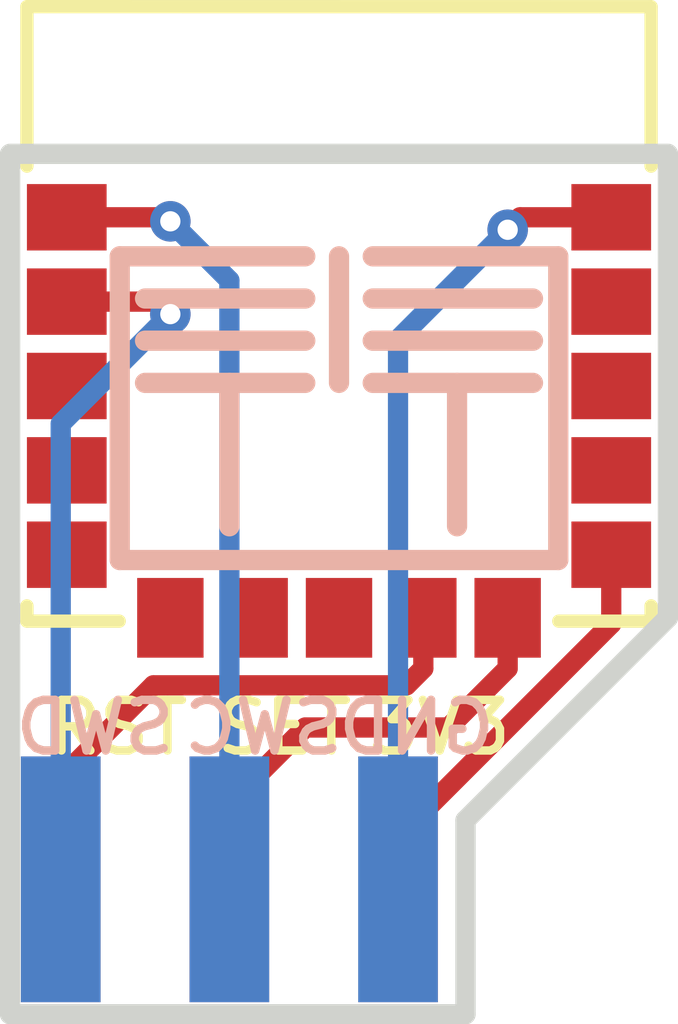
<source format=kicad_pcb>
(kicad_pcb (version 20171130) (host pcbnew 5.1.6-c6e7f7d~86~ubuntu18.04.1)

  (general
    (thickness 1.6)
    (drawings 21)
    (tracks 28)
    (zones 0)
    (modules 22)
    (nets 7)
  )

  (page A4)
  (layers
    (0 F.Cu signal)
    (31 B.Cu signal)
    (32 B.Adhes user)
    (33 F.Adhes user)
    (34 B.Paste user)
    (35 F.Paste user)
    (36 B.SilkS user)
    (37 F.SilkS user)
    (38 B.Mask user)
    (39 F.Mask user)
    (40 Dwgs.User user)
    (41 Cmts.User user hide)
    (42 Eco1.User user)
    (43 Eco2.User user)
    (44 Edge.Cuts user)
    (45 Margin user)
    (46 B.CrtYd user)
    (47 F.CrtYd user)
    (48 B.Fab user hide)
    (49 F.Fab user hide)
  )

  (setup
    (last_trace_width 0.25)
    (trace_clearance 0.2)
    (zone_clearance 0.508)
    (zone_45_only no)
    (trace_min 0.2)
    (via_size 0.8)
    (via_drill 0.4)
    (via_min_size 0.4)
    (via_min_drill 0.3)
    (uvia_size 0.3)
    (uvia_drill 0.1)
    (uvias_allowed no)
    (uvia_min_size 0.2)
    (uvia_min_drill 0.1)
    (edge_width 0.05)
    (segment_width 0.2)
    (pcb_text_width 0.3)
    (pcb_text_size 1.5 1.5)
    (mod_edge_width 0.12)
    (mod_text_size 1 1)
    (mod_text_width 0.15)
    (pad_size 1.524 1.524)
    (pad_drill 0.762)
    (pad_to_mask_clearance 0.05)
    (aux_axis_origin 0 0)
    (visible_elements FFFFFF7F)
    (pcbplotparams
      (layerselection 0x010fc_ffffffff)
      (usegerberextensions false)
      (usegerberattributes true)
      (usegerberadvancedattributes true)
      (creategerberjobfile true)
      (excludeedgelayer true)
      (linewidth 0.100000)
      (plotframeref false)
      (viasonmask false)
      (mode 1)
      (useauxorigin false)
      (hpglpennumber 1)
      (hpglpenspeed 20)
      (hpglpendiameter 15.000000)
      (psnegative false)
      (psa4output false)
      (plotreference true)
      (plotvalue true)
      (plotinvisibletext false)
      (padsonsilk false)
      (subtractmaskfromsilk false)
      (outputformat 1)
      (mirror false)
      (drillshape 1)
      (scaleselection 1)
      (outputdirectory ""))
  )

  (net 0 "")
  (net 1 S$354)
  (net 2 S$350)
  (net 3 S$346)
  (net 4 S$340)
  (net 5 S$342)
  (net 6 S$344)

  (net_class Default "This is the default net class."
    (clearance 0.2)
    (trace_width 0.25)
    (via_dia 0.8)
    (via_drill 0.4)
    (uvia_dia 0.3)
    (uvia_drill 0.1)
    (add_net S$340)
    (add_net S$342)
    (add_net S$344)
    (add_net S$346)
    (add_net S$350)
    (add_net S$354)
  )

  (module AutoGenerated:Pad_3.70mm (layer F.Cu) (tedit 0) (tstamp 0)
    (at 37.846 46.228)
    (attr virtual)
    (fp_text reference "" (at 0 0) (layer F.SilkS)
      (effects (font (size 1.27 1.27) (thickness 0.15)))
    )
    (fp_text value "" (at 0 0) (layer F.SilkS)
      (effects (font (size 1.27 1.27) (thickness 0.15)))
    )
    (pad 1 smd rect (at 0 0 90) (size 3.7 1.2) (layers F.Cu F.Paste F.Mask)
      (net 4 S$340))
  )

  (module AutoGenerated:Pad_3.70mm (layer F.Cu) (tedit 0) (tstamp 0)
    (at 40.386 46.228)
    (attr virtual)
    (fp_text reference "" (at 0 0) (layer F.SilkS)
      (effects (font (size 1.27 1.27) (thickness 0.15)))
    )
    (fp_text value "" (at 0 0) (layer F.SilkS)
      (effects (font (size 1.27 1.27) (thickness 0.15)))
    )
    (pad 1 smd rect (at 0 0 90) (size 3.7 1.2) (layers F.Cu F.Paste F.Mask)
      (net 5 S$342))
  )

  (module AutoGenerated:Pad_3.70mm (layer F.Cu) (tedit 0) (tstamp 0)
    (at 42.926 46.228)
    (attr virtual)
    (fp_text reference "" (at 0 0) (layer F.SilkS)
      (effects (font (size 1.27 1.27) (thickness 0.15)))
    )
    (fp_text value "" (at 0 0) (layer F.SilkS)
      (effects (font (size 1.27 1.27) (thickness 0.15)))
    )
    (pad 1 smd rect (at 0 0 90) (size 3.7 1.2) (layers F.Cu F.Paste F.Mask)
      (net 6 S$344))
  )

  (module AutoGenerated:Pad_1.20mm (layer F.Cu) (tedit 0) (tstamp 0)
    (at 44.577 42.291)
    (attr virtual)
    (fp_text reference "" (at 0 0) (layer F.SilkS)
      (effects (font (size 1.27 1.27) (thickness 0.15)))
    )
    (fp_text value "" (at 0 0) (layer F.SilkS)
      (effects (font (size 1.27 1.27) (thickness 0.15)))
    )
    (pad 15 smd rect (at 0 0 270) (size 1.2 1) (layers F.Cu F.Paste F.Mask)
      (net 5 S$342))
  )

  (module AutoGenerated:Pad_1.20mm (layer F.Cu) (tedit 0) (tstamp 0)
    (at 43.307 42.291)
    (attr virtual)
    (fp_text reference "" (at 0 0) (layer F.SilkS)
      (effects (font (size 1.27 1.27) (thickness 0.15)))
    )
    (fp_text value "" (at 0 0) (layer F.SilkS)
      (effects (font (size 1.27 1.27) (thickness 0.15)))
    )
    (pad 14 smd rect (at 0 0 270) (size 1.2 1) (layers F.Cu F.Paste F.Mask)
      (net 4 S$340))
  )

  (module AutoGenerated:Pad_1.20mm (layer F.Cu) (tedit 0) (tstamp 0)
    (at 42.037 42.291)
    (attr virtual)
    (fp_text reference "" (at 0 0) (layer F.SilkS)
      (effects (font (size 1.27 1.27) (thickness 0.15)))
    )
    (fp_text value "" (at 0 0) (layer F.SilkS)
      (effects (font (size 1.27 1.27) (thickness 0.15)))
    )
    (pad 13 smd rect (at 0 0 270) (size 1.2 1) (layers F.Cu F.Paste F.Mask))
  )

  (module AutoGenerated:Pad_1.20mm (layer F.Cu) (tedit 0) (tstamp 0)
    (at 40.767 42.291)
    (attr virtual)
    (fp_text reference "" (at 0 0) (layer F.SilkS)
      (effects (font (size 1.27 1.27) (thickness 0.15)))
    )
    (fp_text value "" (at 0 0) (layer F.SilkS)
      (effects (font (size 1.27 1.27) (thickness 0.15)))
    )
    (pad 12 smd rect (at 0 0 270) (size 1.2 1) (layers F.Cu F.Paste F.Mask))
  )

  (module AutoGenerated:Pad_1.20mm (layer F.Cu) (tedit 0) (tstamp 0)
    (at 39.497 42.291)
    (attr virtual)
    (fp_text reference "" (at 0 0) (layer F.SilkS)
      (effects (font (size 1.27 1.27) (thickness 0.15)))
    )
    (fp_text value "" (at 0 0) (layer F.SilkS)
      (effects (font (size 1.27 1.27) (thickness 0.15)))
    )
    (pad 11 smd rect (at 0 0 270) (size 1.2 1) (layers F.Cu F.Paste F.Mask))
  )

  (module AutoGenerated:Pad_1.20mm (layer F.Cu) (tedit 0) (tstamp 0)
    (at 37.937 36.261)
    (attr virtual)
    (fp_text reference "" (at 0 0) (layer F.SilkS)
      (effects (font (size 1.27 1.27) (thickness 0.15)))
    )
    (fp_text value "" (at 0 0) (layer F.SilkS)
      (effects (font (size 1.27 1.27) (thickness 0.15)))
    )
    (pad 1 smd rect (at 0 0) (size 1.2 1) (layers F.Cu F.Paste F.Mask)
      (net 2 S$350))
  )

  (module AutoGenerated:Pad_1.20mm (layer F.Cu) (tedit 0) (tstamp 0)
    (at 37.937 37.531)
    (attr virtual)
    (fp_text reference "" (at 0 0) (layer F.SilkS)
      (effects (font (size 1.27 1.27) (thickness 0.15)))
    )
    (fp_text value "" (at 0 0) (layer F.SilkS)
      (effects (font (size 1.27 1.27) (thickness 0.15)))
    )
    (pad 2 smd rect (at 0 0) (size 1.2 1) (layers F.Cu F.Paste F.Mask)
      (net 3 S$346))
  )

  (module AutoGenerated:Pad_1.20mm (layer F.Cu) (tedit 0) (tstamp 0)
    (at 37.937 38.801)
    (attr virtual)
    (fp_text reference "" (at 0 0) (layer F.SilkS)
      (effects (font (size 1.27 1.27) (thickness 0.15)))
    )
    (fp_text value "" (at 0 0) (layer F.SilkS)
      (effects (font (size 1.27 1.27) (thickness 0.15)))
    )
    (pad 3 smd rect (at 0 0) (size 1.2 1) (layers F.Cu F.Paste F.Mask))
  )

  (module AutoGenerated:Pad_1.20mm (layer F.Cu) (tedit 0) (tstamp 0)
    (at 37.937 40.071)
    (attr virtual)
    (fp_text reference "" (at 0 0) (layer F.SilkS)
      (effects (font (size 1.27 1.27) (thickness 0.15)))
    )
    (fp_text value "" (at 0 0) (layer F.SilkS)
      (effects (font (size 1.27 1.27) (thickness 0.15)))
    )
    (pad 4 smd rect (at 0 0) (size 1.2 1) (layers F.Cu F.Paste F.Mask))
  )

  (module AutoGenerated:Pad_1.20mm (layer F.Cu) (tedit 0) (tstamp 0)
    (at 37.937 41.341)
    (attr virtual)
    (fp_text reference "" (at 0 0) (layer F.SilkS)
      (effects (font (size 1.27 1.27) (thickness 0.15)))
    )
    (fp_text value "" (at 0 0) (layer F.SilkS)
      (effects (font (size 1.27 1.27) (thickness 0.15)))
    )
    (pad 5 smd rect (at 0 0) (size 1.2 1) (layers F.Cu F.Paste F.Mask))
    (model ${KIPRJMOD}/models/Holyiot_TinyBLE_nRF52832.stp
      (offset (xyz -0.6 -1.25 0.4))
      (scale (xyz 1 1 1))
      (rotate (xyz 0 0 0))
    )
  )

  (module AutoGenerated:Pad_1.20mm (layer F.Cu) (tedit 0) (tstamp 0)
    (at 46.137 36.261)
    (attr virtual)
    (fp_text reference "" (at 0 0) (layer F.SilkS)
      (effects (font (size 1.27 1.27) (thickness 0.15)))
    )
    (fp_text value "" (at 0 0) (layer F.SilkS)
      (effects (font (size 1.27 1.27) (thickness 0.15)))
    )
    (pad 6 smd rect (at 0 0) (size 1.2 1) (layers F.Cu F.Paste F.Mask)
      (net 1 S$354))
  )

  (module AutoGenerated:Pad_1.20mm (layer F.Cu) (tedit 0) (tstamp 0)
    (at 46.137 37.531)
    (attr virtual)
    (fp_text reference "" (at 0 0) (layer F.SilkS)
      (effects (font (size 1.27 1.27) (thickness 0.15)))
    )
    (fp_text value "" (at 0 0) (layer F.SilkS)
      (effects (font (size 1.27 1.27) (thickness 0.15)))
    )
    (pad 7 smd rect (at 0 0) (size 1.2 1) (layers F.Cu F.Paste F.Mask))
  )

  (module AutoGenerated:Pad_1.20mm (layer F.Cu) (tedit 0) (tstamp 0)
    (at 46.137 38.801)
    (attr virtual)
    (fp_text reference "" (at 0 0) (layer F.SilkS)
      (effects (font (size 1.27 1.27) (thickness 0.15)))
    )
    (fp_text value "" (at 0 0) (layer F.SilkS)
      (effects (font (size 1.27 1.27) (thickness 0.15)))
    )
    (pad 8 smd rect (at 0 0) (size 1.2 1) (layers F.Cu F.Paste F.Mask))
  )

  (module AutoGenerated:Pad_1.20mm (layer F.Cu) (tedit 0) (tstamp 0)
    (at 46.137 40.071)
    (attr virtual)
    (fp_text reference "" (at 0 0) (layer F.SilkS)
      (effects (font (size 1.27 1.27) (thickness 0.15)))
    )
    (fp_text value "" (at 0 0) (layer F.SilkS)
      (effects (font (size 1.27 1.27) (thickness 0.15)))
    )
    (pad 9 smd rect (at 0 0) (size 1.2 1) (layers F.Cu F.Paste F.Mask))
  )

  (module AutoGenerated:Pad_1.20mm (layer F.Cu) (tedit 0) (tstamp 0)
    (at 46.137 41.341)
    (attr virtual)
    (fp_text reference "" (at 0 0) (layer F.SilkS)
      (effects (font (size 1.27 1.27) (thickness 0.15)))
    )
    (fp_text value "" (at 0 0) (layer F.SilkS)
      (effects (font (size 1.27 1.27) (thickness 0.15)))
    )
    (pad 10 smd rect (at 0 0) (size 1.2 1) (layers F.Cu F.Paste F.Mask)
      (net 6 S$344))
  )

  (module AutoGenerated:Pad_3.70mm (layer F.Cu) (tedit 0) (tstamp 0)
    (at 42.926 46.228)
    (attr virtual)
    (fp_text reference "" (at 0 0) (layer F.SilkS)
      (effects (font (size 1.27 1.27) (thickness 0.15)))
    )
    (fp_text value "" (at 0 0) (layer F.SilkS)
      (effects (font (size 1.27 1.27) (thickness 0.15)))
    )
    (pad 1 smd rect (at 0 0 90) (size 3.7 1.2) (layers B.Cu B.Paste B.Mask)
      (net 1 S$354))
  )

  (module AutoGenerated:Pad_3.70mm (layer F.Cu) (tedit 0) (tstamp 0)
    (at 40.386 46.228)
    (attr virtual)
    (fp_text reference "" (at 0 0) (layer F.SilkS)
      (effects (font (size 1.27 1.27) (thickness 0.15)))
    )
    (fp_text value "" (at 0 0) (layer F.SilkS)
      (effects (font (size 1.27 1.27) (thickness 0.15)))
    )
    (pad 1 smd rect (at 0 0 90) (size 3.7 1.2) (layers B.Cu B.Paste B.Mask)
      (net 2 S$350))
  )

  (module AutoGenerated:Pad_3.70mm (layer F.Cu) (tedit 0) (tstamp 0)
    (at 37.846 46.228)
    (attr virtual)
    (fp_text reference "" (at 0 0) (layer F.SilkS)
      (effects (font (size 1.27 1.27) (thickness 0.15)))
    )
    (fp_text value "" (at 0 0) (layer F.SilkS)
      (effects (font (size 1.27 1.27) (thickness 0.15)))
    )
    (pad 1 smd rect (at 0 0 90) (size 3.7 1.2) (layers B.Cu B.Paste B.Mask)
      (net 3 S$346))
  )

  (module easyeda:gge4630 (layer F.Cu) (tedit 0) (tstamp 0)
    (at 42.037 37.719)
    (fp_text reference LG1 (at -1.143 3.048) (layer Cmts.User)
      (effects (font (size 1.143 1.143) (thickness 0.178)) (justify left))
    )
    (fp_text value my_logo (at 0 -3.41) (layer B.Fab) hide
      (effects (font (size 1.143 1.143) (thickness 0.178)) (justify left mirror))
    )
    (fp_line (start -0.508 -0.87) (end -3.302 -0.87) (layer B.SilkS) (width 0.305))
    (fp_line (start -3.302 -0.87) (end -3.302 3.702) (layer B.SilkS) (width 0.305))
    (fp_line (start 3.302 3.702) (end -3.302 3.702) (layer B.SilkS) (width 0.305))
    (fp_line (start 3.302 -0.87) (end 3.302 3.702) (layer B.SilkS) (width 0.305))
    (fp_line (start 3.302 -0.87) (end 0.508 -0.87) (layer B.SilkS) (width 0.305))
    (fp_line (start 0 -0.87) (end 0 1.035) (layer B.SilkS) (width 0.305))
    (fp_line (start 1.778 1.035) (end 1.778 3.194) (layer B.SilkS) (width 0.305))
    (fp_line (start 2.921 1.035) (end 0.508 1.035) (layer B.SilkS) (width 0.305))
    (fp_line (start -0.508 -0.235) (end -2.921 -0.235) (layer B.SilkS) (width 0.305))
    (fp_line (start 2.921 -0.235) (end 0.508 -0.235) (layer B.SilkS) (width 0.305))
    (fp_line (start -1.651 1.035) (end -1.651 3.194) (layer B.SilkS) (width 0.305))
    (fp_line (start -0.508 1.035) (end -2.921 1.035) (layer B.SilkS) (width 0.305))
    (fp_line (start 2.921 0.4) (end 0.508 0.4) (layer B.SilkS) (width 0.305))
    (fp_line (start -0.508 0.4) (end -2.921 0.4) (layer B.SilkS) (width 0.305))
    (fp_text user gge4630 (at 0 0) (layer Cmts.User)
      (effects (font (size 1 1) (thickness 0.15)))
    )
  )

  (gr_line (start 37.084 35.306) (end 46.99 35.306) (layer Edge.Cuts) (width 0.305))
  (gr_line (start 46.99 35.306) (end 46.99 42.291) (layer Edge.Cuts) (width 0.305))
  (gr_line (start 46.99 42.291) (end 43.942 45.339) (layer Edge.Cuts) (width 0.305))
  (gr_line (start 43.942 45.339) (end 43.942 48.26) (layer Edge.Cuts) (width 0.305))
  (gr_line (start 43.942 48.26) (end 37.084 48.26) (layer Edge.Cuts) (width 0.305))
  (gr_line (start 37.084 48.26) (end 37.084 44.323) (layer Edge.Cuts) (width 0.305))
  (gr_line (start 37.084 44.323) (end 37.084 35.306) (layer Edge.Cuts) (width 0.305))
  (gr_line (start 37.337 35.341) (end 46.738 35.341) (layer F.SilkS) (width 0.2))
  (gr_line (start 37.337 35.491) (end 37.337 33.09) (layer F.SilkS) (width 0.2))
  (gr_line (start 37.337 33.09) (end 46.737 33.091) (layer F.SilkS) (width 0.2))
  (gr_line (start 46.737 33.091) (end 46.737 35.491) (layer F.SilkS) (width 0.2))
  (gr_line (start 37.337 42.111) (end 37.337 42.341) (layer F.SilkS) (width 0.2))
  (gr_line (start 37.337 42.341) (end 38.727 42.341) (layer F.SilkS) (width 0.2))
  (gr_line (start 46.737 42.111) (end 46.737 42.341) (layer F.SilkS) (width 0.2))
  (gr_line (start 46.737 42.341) (end 45.347 42.341) (layer F.SilkS) (width 0.2))
  (gr_text RST (at 37.592 43.942) (layer F.SilkS)
    (effects (font (size 0.762 0.762) (thickness 0.127)) (justify left))
  )
  (gr_text 3V3 (at 42.418 43.942) (layer F.SilkS)
    (effects (font (size 0.762 0.762) (thickness 0.127)) (justify left))
  )
  (gr_text SET (at 40.132 43.942) (layer F.SilkS)
    (effects (font (size 0.762 0.762) (thickness 0.127)) (justify left))
  )
  (gr_text SWC (at 42.164 43.942) (layer B.SilkS)
    (effects (font (size 0.762 0.762) (thickness 0.127)) (justify left mirror))
  )
  (gr_text GND (at 44.45 43.942) (layer B.SilkS)
    (effects (font (size 0.762 0.762) (thickness 0.127)) (justify left mirror))
  )
  (gr_text SWD (at 39.624 43.942) (layer B.SilkS)
    (effects (font (size 0.762 0.762) (thickness 0.127)) (justify left mirror))
  )

  (segment (start 42.926 46.228) (end 42.926 38.1) (width 0.305) (layer B.Cu) (net 1))
  (segment (start 42.926 38.1) (end 44.577 36.449) (width 0.305) (layer B.Cu) (net 1))
  (segment (start 44.577 36.449) (end 44.765 36.261) (width 0.305) (layer F.Cu) (net 1))
  (segment (start 44.765 36.261) (end 46.137 36.261) (width 0.305) (layer F.Cu) (net 1))
  (via (at 44.577 36.449) (size 0.61) (drill 0.305) (layers F.Cu B.Cu) (net 1))
  (segment (start 40.386 46.228) (end 40.386 37.211) (width 0.305) (layer B.Cu) (net 2))
  (segment (start 40.386 37.211) (end 39.497 36.322) (width 0.305) (layer B.Cu) (net 2))
  (segment (start 39.497 36.322) (end 39.436 36.261) (width 0.305) (layer F.Cu) (net 2))
  (segment (start 39.436 36.261) (end 37.937 36.261) (width 0.305) (layer F.Cu) (net 2))
  (via (at 39.497 36.322) (size 0.61) (drill 0.305) (layers F.Cu B.Cu) (net 2))
  (segment (start 37.846 46.228) (end 37.846 39.37) (width 0.305) (layer B.Cu) (net 3))
  (segment (start 37.846 39.37) (end 39.497 37.719) (width 0.305) (layer B.Cu) (net 3))
  (segment (start 39.497 37.719) (end 39.309 37.531) (width 0.305) (layer F.Cu) (net 3))
  (segment (start 39.309 37.531) (end 37.937 37.531) (width 0.305) (layer F.Cu) (net 3))
  (via (at 39.497 37.719) (size 0.61) (drill 0.305) (layers F.Cu B.Cu) (net 3))
  (segment (start 37.846 46.228) (end 37.846 44.704) (width 0.305) (layer F.Cu) (net 4))
  (segment (start 37.846 44.704) (end 39.243 43.307) (width 0.305) (layer F.Cu) (net 4))
  (segment (start 39.243 43.307) (end 43.053 43.307) (width 0.305) (layer F.Cu) (net 4))
  (segment (start 43.053 43.307) (end 43.307 43.053) (width 0.305) (layer F.Cu) (net 4))
  (segment (start 43.307 43.053) (end 43.307 42.291) (width 0.305) (layer F.Cu) (net 4))
  (segment (start 40.386 46.228) (end 40.386 45.085) (width 0.305) (layer F.Cu) (net 5))
  (segment (start 40.386 45.085) (end 41.529 43.942) (width 0.305) (layer F.Cu) (net 5))
  (segment (start 41.529 43.942) (end 43.688 43.942) (width 0.305) (layer F.Cu) (net 5))
  (segment (start 43.688 43.942) (end 44.577 43.053) (width 0.305) (layer F.Cu) (net 5))
  (segment (start 44.577 43.053) (end 44.577 42.291) (width 0.305) (layer F.Cu) (net 5))
  (segment (start 42.926 46.228) (end 42.926 45.593) (width 0.305) (layer F.Cu) (net 6))
  (segment (start 42.926 45.593) (end 46.137 42.382) (width 0.305) (layer F.Cu) (net 6))
  (segment (start 46.137 42.382) (end 46.137 41.341) (width 0.305) (layer F.Cu) (net 6))

)

</source>
